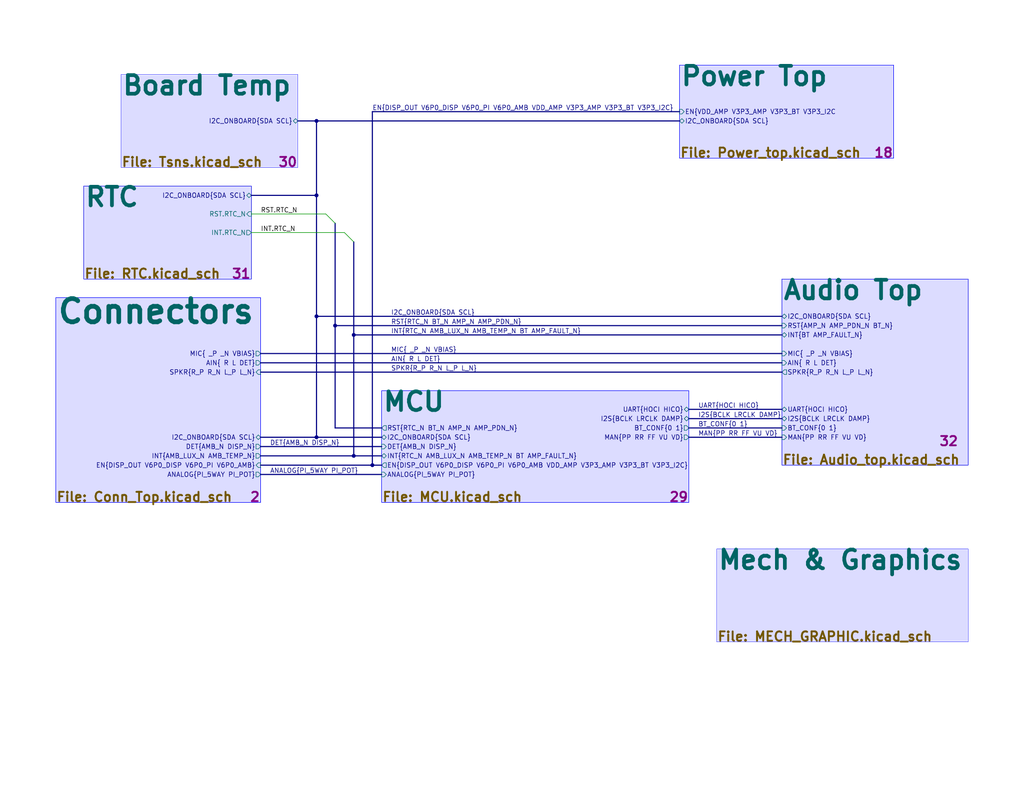
<source format=kicad_sch>
(kicad_sch (version 20211123) (generator eeschema)
  (paper "A")
  (title_block (title "Clock-Radio Main") (date "2022-03-05") (rev "0.5") (company "Ruralguru Projects") (comment 1 "Earl Watkins"))
  (lib_symbols)
  (junction (at 86.36 119.38))
  (junction (at 96.52 124.46))
  (junction (at 86.36 53.34))
  (junction (at 91.44 88.9))
  (junction (at 86.36 86.36))
  (junction (at 101.6 127))
  (junction (at 96.52 91.44))
  (junction (at 86.36 33.02))
  (bus_entry (at 88.9 58.42) (size 2.54 2.54))
  (bus_entry (at 93.98 63.5) (size 2.54 2.54))
  (bus (pts (xy 96.52 124.46) (xy 104.14 124.46)))
  (bus (pts (xy 101.6 127) (xy 104.14 127)))
  (bus (pts (xy 91.44 116.84) (xy 104.14 116.84)))
  (bus (pts (xy 187.96 119.38) (xy 213.36 119.38)))
  (bus (pts (xy 81.28 33.02) (xy 86.36 33.02)))
  (bus (pts (xy 86.36 119.38) (xy 104.14 119.38)))
  (bus (pts (xy 86.36 86.36) (xy 86.36 119.38)))
  (wire (pts (xy 68.58 63.5) (xy 93.98 63.5)))
  (bus (pts (xy 71.12 129.54) (xy 104.14 129.54)))
  (bus (pts (xy 71.12 96.52) (xy 213.36 96.52)))
  (bus (pts (xy 71.12 121.92) (xy 104.14 121.92)))
  (bus (pts (xy 71.12 99.06) (xy 213.36 99.06)))
  (bus (pts (xy 187.96 116.84) (xy 213.36 116.84)))
  (wire (pts (xy 68.58 58.42) (xy 88.9 58.42)))
  (bus (pts (xy 187.96 114.3) (xy 213.36 114.3)))
  (bus (pts (xy 86.36 33.02) (xy 185.42 33.02)))
  (bus (pts (xy 91.44 88.9) (xy 213.3599 88.9)))
  (bus (pts (xy 96.52 91.44) (xy 96.52 124.46)))
  (bus (pts (xy 101.6 30.48) (xy 185.42 30.48)))
  (bus (pts (xy 71.12 119.38) (xy 86.36 119.38)))
  (bus (pts (xy 187.96 111.76) (xy 213.36 111.76)))
  (bus (pts (xy 71.12 101.6) (xy 213.36 101.6)))
  (bus (pts (xy 86.36 33.02) (xy 86.36 53.34)))
  (bus (pts (xy 96.52 66.04) (xy 96.52 91.44)))
  (bus (pts (xy 86.36 86.36) (xy 213.36 86.36)))
  (bus (pts (xy 71.12 127) (xy 101.6 127)))
  (bus (pts (xy 86.36 53.34) (xy 86.36 86.36)))
  (bus (pts (xy 91.44 60.96) (xy 91.44 88.9)))
  (bus (pts (xy 71.12 124.46) (xy 96.52 124.46)))
  (bus (pts (xy 101.6 30.48) (xy 101.6 127)))
  (bus (pts (xy 68.58 53.34) (xy 86.36 53.34)))
  (bus (pts (xy 96.52 91.44) (xy 213.36 91.44)))
  (bus (pts (xy 91.44 88.9) (xy 91.44 116.84)))
  (label "ANALOG{PI_5WAY PI_POT}" (at 73.66 129.54 0))
  (label "SPKR{R_P R_N L_P L_N}" (at 106.6799 101.6 0))
  (label "BT_CONF{0 1}" (at 190.5 116.84 0))
  (label "EN{DISP_OUT V6P0_DISP V6P0_PI V6P0_AMB VDD_AMP V3P3_AMP V3P3_BT V3P3_I2C}" (at 101.6 30.48 0))
  (label "UART{HOCI HICO}" (at 190.5 111.76 0))
  (label "DET{AMB_N DISP_N}" (at 73.66 121.92 0))
  (label "MIC{ _P _N VBIAS}" (at 106.6799 96.52 0))
  (label "I2C_ONBOARD{SDA SCL}" (at 106.68 86.36 0))
  (label "INT{RTC_N AMB_LUX_N AMB_TEMP_N BT AMP_FAULT_N}" (at 106.68 91.44 0))
  (label "I2S{BCLK LRCLK DAMP}" (at 190.5 114.3 0))
  (label "AIN{ R L DET}" (at 106.6799 99.06 0))
  (label "RST.RTC_N" (at 71.12 58.42 0))
  (label "MAN{PP RR FF VU VD}" (at 190.5 119.38 0))
  (label "INT.RTC_N" (at 71.12 63.5 0))
  (label "RST{RTC_N BT_N AMP_N AMP_PDN_N}" (at 106.6799 88.9 0))
  (sheet (at 33.02 20.32) (size 48.26 25.4) (stroke (width 0.0762) (color 0 0 255 1)) (fill (color 220 220 255 1.0000))
    (property "Sheet name" "Board Temp" (at 33.02 20.32 0) (effects (font (size 5.08 5.08) bold) (justify left top)))
    (property "Sheet file" "Tsns.kicad_sch" (at 33.02 45.72 0) (effects (font (size 2.54 2.54) bold) (justify left bottom)))
    (property "Page #" "${#}" (at 81.28 45.72 0) (effects (font (size 2.54 2.54) bold) (justify right bottom)))
    (pin "I2C_ONBOARD{SDA SCL}" bidirectional (at 81.28 33.02 0))
  )
  (sheet (at 185.42 17.78) (size 58.42 25.4) (stroke (width 0) (color 0 0 255 1)) (fill (color 220 220 255 1.0000))
    (property "Sheet name" "Power Top" (at 185.42 17.78 0) (effects (font (size 5.08 5.08) bold) (justify left top)))
    (property "Sheet file" "Power_top.kicad_sch" (at 185.42 43.18 0) (effects (font (size 2.54 2.54) bold) (justify left bottom)))
    (property "Page Number" "${#}" (at 243.84 43.18 0) (effects (font (size 2.54 2.54) bold) (justify right bottom)))
    (pin "EN{VDD_AMP V3P3_AMP V3P3_BT V3P3_I2C" input (at 185.42 30.48 180))
    (pin "I2C_ONBOARD{SDA SCL}" bidirectional (at 185.42 33.02 180))
  )
  (sheet (at 22.86 50.8) (size 45.72 25.4) (stroke (width 0) (color 0 0 225 1)) (fill (color 220 220 255 1.0000))
    (property "Sheet name" "RTC" (at 22.86 50.8 0) (effects (font (size 5.08 5.08) bold) (justify left top)))
    (property "Sheet file" "RTC.kicad_sch" (at 22.86 76.2 0) (effects (font (size 2.54 2.54) bold) (justify left bottom)))
    (property "Page #" "${#}" (at 68.58 76.2 0) (effects (font (size 2.54 2.54) bold) (justify right bottom)))
    (pin "RST.RTC_N" input (at 68.58 58.42 0))
    (pin "INT.RTC_N" output (at 68.58 63.5 0))
    (pin "I2C_ONBOARD{SDA SCL}" bidirectional (at 68.58 53.34 0))
  )
  (sheet (at 195.58 149.86) (size 68.58 25.4) (stroke (width 0.0762) (color 0 0 255 1)) (fill (color 220 220 255 1.0000))
    (property "Sheet name" "Mech & Graphics" (at 195.58 149.86 0) (effects (font (size 5.08 5.08) bold) (justify left top)))
    (property "Sheet file" "MECH_GRAPHIC.kicad_sch" (at 195.58 175.26 0) (effects (font (size 2.54 2.54) bold) (justify left bottom)))
    (property "Page #" "${#}" (at 264.16 175.26 0) (effects (font (size 2.54 2.54) bold) (justify right bottom)))
  )
  (sheet (at 104.14 106.68) (size 83.82 30.48) (stroke (width 0) (color 0 0 255 1)) (fill (color 220 220 255 1.0000))
    (property "Sheet name" "MCU" (at 104.14 106.68 0) (effects (font (size 5.08 5.08) bold) (justify left top)))
    (property "Sheet file" "MCU.kicad_sch" (at 104.14 137.16 0) (effects (font (size 2.54 2.54) bold) (justify left bottom)))
    (property "Page Number" "${#}" (at 187.96 137.16 0) (effects (font (size 2.54 2.54) bold) (justify right bottom)))
    (pin "DET{AMB_N DISP_N}" input (at 104.14 121.92 180))
    (pin "I2C_ONBOARD{SDA SCL}" bidirectional (at 104.14 119.38 180))
    (pin "EN{DISP_OUT V6P0_DISP V6P0_PI V6P0_AMB VDD_AMP V3P3_AMP V3P3_BT V3P3_I2C}" output (at 104.14 127 180))
    (pin "INT{RTC_N AMB_LUX_N AMB_TEMP_N BT AMP_FAULT_N}" bidirectional (at 104.14 124.46 180))
    (pin "ANALOG{PI_5WAY PI_POT}" input (at 104.14 129.54 180))
    (pin "RST{RTC_N BT_N AMP_N AMP_PDN_N}" output (at 104.14 116.84 180))
    (pin "UART{HOCI HICO}" bidirectional (at 187.96 111.76 0))
    (pin "MAN{PP RR FF VU VD}" output (at 187.96 119.38 0))
    (pin "I2S{BCLK LRCLK DAMP}" bidirectional (at 187.96 114.3 0))
    (pin "BT_CONF{0 1}" output (at 187.96 116.84 0))
  )
  (sheet (at 15.24 81.28) (size 55.88 55.88) (stroke (width 0) (color 0 0 255 1)) (fill (color 220 220 255 1.0000))
    (property "Sheet name" "Connectors" (at 15.24 81.28 0) (effects (font (size 6.35 6.35) bold) (justify left top)))
    (property "Sheet file" "Conn_Top.kicad_sch" (at 15.24 137.16 0) (effects (font (size 2.54 2.54) bold) (justify left bottom)))
    (property "Page Number" "${#}" (at 71.12 137.16 0) (effects (font (size 2.54 2.54) bold) (justify right bottom)))
    (pin "DET{AMB_N DISP_N}" output (at 71.12 121.92 0))
    (pin "ANALOG{PI_5WAY PI_POT}" output (at 71.12 129.54 0))
    (pin "I2C_ONBOARD{SDA SCL}" bidirectional (at 71.12 119.38 0))
    (pin "AIN{ R L DET}" output (at 71.12 99.06 0))
    (pin "MIC{ _P _N VBIAS}" output (at 71.12 96.52 0))
    (pin "SPKR{R_P R_N L_P L_N}" input (at 71.12 101.6 0))
    (pin "EN{DISP_OUT V6P0_DISP V6P0_PI V6P0_AMB}" input (at 71.12 127 0))
    (pin "INT{AMB_LUX_N AMB_TEMP_N}" output (at 71.12 124.46 0))
  )
  (sheet (at 213.36 76.2) (size 50.8 50.8) (stroke (width 0) (color 0 0 225 1)) (fill (color 220 220 255 1.0000))
    (property "Sheet name" "Audio Top" (at 213.36 76.2 0) (effects (font (size 5.08 5.08) bold) (justify left top)))
    (property "Sheet file" "Audio_top.kicad_sch" (at 213.36 127 0) (effects (font (size 2.54 2.54) bold) (justify left bottom)))
    (property "Page Number" "${#}" (at 261.62 121.92 0) (effects (font (size 2.54 2.54) bold) (justify right bottom)))
    (pin "I2C_ONBOARD{SDA SCL}" bidirectional (at 213.36 86.36 180))
    (pin "UART{HOCI HICO}" bidirectional (at 213.36 111.76 180))
    (pin "MAN{PP RR FF VU VD}" input (at 213.36 119.38 180))
    (pin "INT{BT AMP_FAULT_N}" bidirectional (at 213.36 91.44 180))
    (pin "MIC{ _P _N VBIAS}" input (at 213.36 96.52 180))
    (pin "AIN{ R L DET}" input (at 213.36 99.06 180))
    (pin "I2S{BCLK LRCLK DAMP}" bidirectional (at 213.36 114.3 180))
    (pin "SPKR{R_P R_N L_P L_N}" output (at 213.36 101.6 180))
    (pin "BT_CONF{0 1}" input (at 213.36 116.84 180))
    (pin "RST{AMP_N AMP_PDN_N BT_N}" input (at 213.36 88.9 180))
  )
)
</source>
